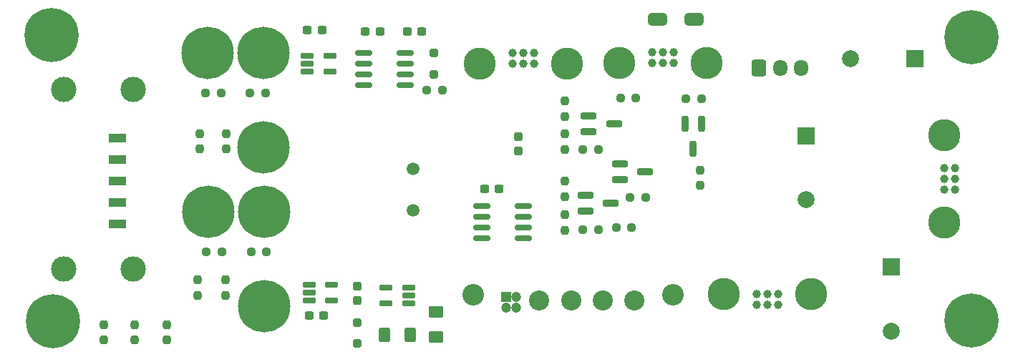
<source format=gbs>
G04 #@! TF.GenerationSoftware,KiCad,Pcbnew,9.0.7*
G04 #@! TF.CreationDate,2026-01-21T21:20:38-05:00*
G04 #@! TF.ProjectId,remote_arming,72656d6f-7465-45f6-9172-6d696e672e6b,rev?*
G04 #@! TF.SameCoordinates,Original*
G04 #@! TF.FileFunction,Soldermask,Bot*
G04 #@! TF.FilePolarity,Negative*
%FSLAX46Y46*%
G04 Gerber Fmt 4.6, Leading zero omitted, Abs format (unit mm)*
G04 Created by KiCad (PCBNEW 9.0.7) date 2026-01-21 21:20:38*
%MOMM*%
%LPD*%
G01*
G04 APERTURE LIST*
G04 Aperture macros list*
%AMRoundRect*
0 Rectangle with rounded corners*
0 $1 Rounding radius*
0 $2 $3 $4 $5 $6 $7 $8 $9 X,Y pos of 4 corners*
0 Add a 4 corners polygon primitive as box body*
4,1,4,$2,$3,$4,$5,$6,$7,$8,$9,$2,$3,0*
0 Add four circle primitives for the rounded corners*
1,1,$1+$1,$2,$3*
1,1,$1+$1,$4,$5*
1,1,$1+$1,$6,$7*
1,1,$1+$1,$8,$9*
0 Add four rect primitives between the rounded corners*
20,1,$1+$1,$2,$3,$4,$5,0*
20,1,$1+$1,$4,$5,$6,$7,0*
20,1,$1+$1,$6,$7,$8,$9,0*
20,1,$1+$1,$8,$9,$2,$3,0*%
%AMFreePoly0*
4,1,23,0.500000,-0.750000,0.000000,-0.750000,0.000000,-0.745722,-0.065263,-0.745722,-0.191342,-0.711940,-0.304381,-0.646677,-0.396677,-0.554381,-0.461940,-0.441342,-0.495722,-0.315263,-0.495722,-0.250000,-0.500000,-0.250000,-0.500000,0.250000,-0.495722,0.250000,-0.495722,0.315263,-0.461940,0.441342,-0.396677,0.554381,-0.304381,0.646677,-0.191342,0.711940,-0.065263,0.745722,0.000000,0.745722,
0.000000,0.750000,0.500000,0.750000,0.500000,-0.750000,0.500000,-0.750000,$1*%
%AMFreePoly1*
4,1,23,0.000000,0.745722,0.065263,0.745722,0.191342,0.711940,0.304381,0.646677,0.396677,0.554381,0.461940,0.441342,0.495722,0.315263,0.495722,0.250000,0.500000,0.250000,0.500000,-0.250000,0.495722,-0.250000,0.495722,-0.315263,0.461940,-0.441342,0.396677,-0.554381,0.304381,-0.646677,0.191342,-0.711940,0.065263,-0.745722,0.000000,-0.745722,0.000000,-0.750000,-0.500000,-0.750000,
-0.500000,0.750000,0.000000,0.750000,0.000000,0.745722,0.000000,0.745722,$1*%
G04 Aperture macros list end*
%ADD10R,2.000000X2.000000*%
%ADD11C,2.000000*%
%ADD12C,3.800000*%
%ADD13C,1.000000*%
%ADD14RoundRect,0.250000X-0.600000X-0.725000X0.600000X-0.725000X0.600000X0.725000X-0.600000X0.725000X0*%
%ADD15O,1.700000X1.950000*%
%ADD16C,2.550000*%
%ADD17RoundRect,0.102000X-0.500000X-0.500000X0.500000X-0.500000X0.500000X0.500000X-0.500000X0.500000X0*%
%ADD18C,1.204000*%
%ADD19C,2.379000*%
%ADD20C,3.000000*%
%ADD21C,3.600000*%
%ADD22C,6.400000*%
%ADD23C,6.197600*%
%ADD24C,1.500000*%
%ADD25RoundRect,0.237500X0.250000X0.237500X-0.250000X0.237500X-0.250000X-0.237500X0.250000X-0.237500X0*%
%ADD26RoundRect,0.250001X0.624999X-0.462499X0.624999X0.462499X-0.624999X0.462499X-0.624999X-0.462499X0*%
%ADD27RoundRect,0.237500X-0.237500X0.300000X-0.237500X-0.300000X0.237500X-0.300000X0.237500X0.300000X0*%
%ADD28RoundRect,0.237500X-0.237500X0.250000X-0.237500X-0.250000X0.237500X-0.250000X0.237500X0.250000X0*%
%ADD29RoundRect,0.162500X-0.617500X-0.162500X0.617500X-0.162500X0.617500X0.162500X-0.617500X0.162500X0*%
%ADD30R,2.000000X1.000000*%
%ADD31RoundRect,0.200000X-0.750000X-0.200000X0.750000X-0.200000X0.750000X0.200000X-0.750000X0.200000X0*%
%ADD32RoundRect,0.237500X0.237500X-0.250000X0.237500X0.250000X-0.237500X0.250000X-0.237500X-0.250000X0*%
%ADD33RoundRect,0.150000X-0.825000X-0.150000X0.825000X-0.150000X0.825000X0.150000X-0.825000X0.150000X0*%
%ADD34RoundRect,0.150000X0.825000X0.150000X-0.825000X0.150000X-0.825000X-0.150000X0.825000X-0.150000X0*%
%ADD35RoundRect,0.237500X-0.250000X-0.237500X0.250000X-0.237500X0.250000X0.237500X-0.250000X0.237500X0*%
%ADD36FreePoly0,0.000000*%
%ADD37FreePoly1,0.000000*%
%ADD38RoundRect,0.237500X0.300000X0.237500X-0.300000X0.237500X-0.300000X-0.237500X0.300000X-0.237500X0*%
%ADD39RoundRect,0.200000X-0.200000X0.750000X-0.200000X-0.750000X0.200000X-0.750000X0.200000X0.750000X0*%
%ADD40RoundRect,0.237500X0.237500X-0.300000X0.237500X0.300000X-0.237500X0.300000X-0.237500X-0.300000X0*%
%ADD41RoundRect,0.250000X-0.400000X-0.625000X0.400000X-0.625000X0.400000X0.625000X-0.400000X0.625000X0*%
%ADD42RoundRect,0.250000X0.250000X-0.250000X0.250000X0.250000X-0.250000X0.250000X-0.250000X-0.250000X0*%
%ADD43RoundRect,0.162500X0.617500X0.162500X-0.617500X0.162500X-0.617500X-0.162500X0.617500X-0.162500X0*%
%ADD44RoundRect,0.237500X-0.300000X-0.237500X0.300000X-0.237500X0.300000X0.237500X-0.300000X0.237500X0*%
G04 APERTURE END LIST*
G04 #@! TO.C,JP1*
G36*
X178716800Y-75883200D02*
G01*
X179016800Y-75883200D01*
X179016800Y-74383200D01*
X178716800Y-74383200D01*
X178716800Y-75883200D01*
G37*
G04 #@! TO.C,JP2*
G36*
X174398800Y-75883200D02*
G01*
X174698800Y-75883200D01*
X174698800Y-74383200D01*
X174398800Y-74383200D01*
X174398800Y-75883200D01*
G37*
G04 #@! TD*
D10*
G04 #@! TO.C,BZ1*
X204958000Y-79806800D03*
D11*
X197358000Y-79806800D03*
G04 #@! TD*
D12*
G04 #@! TO.C,J6*
X182422800Y-107645200D03*
X192722800Y-107645200D03*
D13*
X188822800Y-107645200D03*
X187572800Y-107645200D03*
X186322800Y-107645200D03*
X188822800Y-108895200D03*
X187572800Y-108895200D03*
X186322800Y-108895200D03*
G04 #@! TD*
D10*
G04 #@! TO.C,BZ3*
X202175000Y-104475000D03*
D11*
X202175000Y-112075000D03*
G04 #@! TD*
D14*
G04 #@! TO.C,J7*
X186563000Y-80877500D03*
D15*
X189063000Y-80877500D03*
X191563000Y-80877500D03*
G04 #@! TD*
D12*
G04 #@! TO.C,J9*
X208445751Y-99155522D03*
X208445751Y-88855522D03*
D13*
X208445751Y-92755522D03*
X208445751Y-94005522D03*
X208445751Y-95255522D03*
X209695751Y-92755522D03*
X209695751Y-94005522D03*
X209695751Y-95255522D03*
G04 #@! TD*
D16*
G04 #@! TO.C,J4*
X152716400Y-107770000D03*
X176366400Y-107770000D03*
D17*
X156616400Y-107970000D03*
D18*
X157866400Y-107970000D03*
X156616400Y-109220000D03*
X157866400Y-109220000D03*
D19*
X160566400Y-108390000D03*
X164316400Y-108390000D03*
X168066400Y-108390000D03*
X171816400Y-108390000D03*
G04 #@! TD*
D20*
G04 #@! TO.C,J2*
X112553000Y-83406500D03*
X104303000Y-83406500D03*
G04 #@! TD*
D21*
G04 #@! TO.C,H1*
X102870000Y-77034540D03*
D22*
X102870000Y-77034540D03*
G04 #@! TD*
D23*
G04 #@! TO.C,U5*
X128016000Y-109071500D03*
X128016000Y-97895500D03*
X121412000Y-97895500D03*
G04 #@! TD*
D21*
G04 #@! TO.C,H4*
X211683600Y-77216000D03*
D22*
X211683600Y-77216000D03*
G04 #@! TD*
D12*
G04 #@! TO.C,J5*
X180328000Y-80325150D03*
X170028000Y-80325150D03*
D13*
X173928000Y-80325150D03*
X175178000Y-80325150D03*
X176428000Y-80325150D03*
X173928000Y-79075150D03*
X175178000Y-79075150D03*
X176428000Y-79075150D03*
G04 #@! TD*
D12*
G04 #@! TO.C,J8*
X163830000Y-80369500D03*
X153530000Y-80369500D03*
D13*
X157430000Y-80369500D03*
X158680000Y-80369500D03*
X159930000Y-80369500D03*
X157430000Y-79119500D03*
X158680000Y-79119500D03*
X159930000Y-79119500D03*
G04 #@! TD*
D24*
G04 #@! TO.C,Y1*
X145669000Y-92860800D03*
X145669000Y-97740800D03*
G04 #@! TD*
D21*
G04 #@! TO.C,H3*
X211683600Y-110794800D03*
D22*
X211683600Y-110794800D03*
G04 #@! TD*
D10*
G04 #@! TO.C,BZ2*
X192115954Y-88914299D03*
D11*
X192115954Y-96514299D03*
G04 #@! TD*
D21*
G04 #@! TO.C,H2*
X103022400Y-110896400D03*
D22*
X103022400Y-110896400D03*
G04 #@! TD*
D20*
G04 #@! TO.C,J3*
X104303000Y-104706500D03*
X112553000Y-104706500D03*
G04 #@! TD*
D23*
G04 #@! TO.C,U4*
X127980000Y-90282000D03*
X127980000Y-79106000D03*
X121376000Y-79106000D03*
G04 #@! TD*
D25*
G04 #@! TO.C,R19*
X167536500Y-100054500D03*
X165711500Y-100054500D03*
G04 #@! TD*
D26*
G04 #@! TO.C,F2*
X148336000Y-112718000D03*
X148336000Y-109743000D03*
G04 #@! TD*
D27*
G04 #@! TO.C,C4*
X158089600Y-89032000D03*
X158089600Y-90757000D03*
G04 #@! TD*
D28*
G04 #@! TO.C,R7*
X120370600Y-88647900D03*
X120370600Y-90472900D03*
G04 #@! TD*
D29*
G04 #@! TO.C,U7*
X133324000Y-108434500D03*
X133324000Y-107484500D03*
X133324000Y-106534500D03*
X136024000Y-106534500D03*
X136024000Y-108434500D03*
G04 #@! TD*
D30*
G04 #@! TO.C,J1*
X110665500Y-89226500D03*
X110665500Y-91766500D03*
X110665500Y-94306500D03*
X110665500Y-96846500D03*
X110665500Y-99386500D03*
G04 #@! TD*
D29*
G04 #@! TO.C,U6*
X133143000Y-81319500D03*
X133143000Y-80369500D03*
X133143000Y-79419500D03*
X135843000Y-79419500D03*
X135843000Y-81319500D03*
G04 #@! TD*
D31*
G04 #@! TO.C,Q1*
X170077000Y-94146500D03*
X170077000Y-92246500D03*
X173077000Y-93196500D03*
G04 #@! TD*
D25*
G04 #@! TO.C,R13*
X123035700Y-102616000D03*
X121210700Y-102616000D03*
G04 #@! TD*
D32*
G04 #@! TO.C,R20*
X163576000Y-96141000D03*
X163576000Y-94316000D03*
G04 #@! TD*
D33*
G04 #@! TO.C,U1*
X153735000Y-101070500D03*
X153735000Y-99800500D03*
X153735000Y-98530500D03*
X153735000Y-97260500D03*
X158685000Y-97260500D03*
X158685000Y-98530500D03*
X158685000Y-99800500D03*
X158685000Y-101070500D03*
G04 #@! TD*
D34*
G04 #@! TO.C,U3*
X144715000Y-79099500D03*
X144715000Y-80369500D03*
X144715000Y-81639500D03*
X144715000Y-82909500D03*
X139765000Y-82909500D03*
X139765000Y-81639500D03*
X139765000Y-80369500D03*
X139765000Y-79099500D03*
G04 #@! TD*
D35*
G04 #@! TO.C,R1*
X147267500Y-83560000D03*
X149092500Y-83560000D03*
G04 #@! TD*
D36*
G04 #@! TO.C,JP1*
X178216800Y-75133200D03*
D37*
X179516800Y-75133200D03*
G04 #@! TD*
D38*
G04 #@! TO.C,C1*
X155802500Y-95228500D03*
X154077500Y-95228500D03*
G04 #@! TD*
G04 #@! TO.C,C5*
X146658500Y-76559500D03*
X144933500Y-76559500D03*
G04 #@! TD*
D39*
G04 #@! TO.C,Q6*
X177828000Y-87506500D03*
X179728000Y-87506500D03*
X178778000Y-90506500D03*
G04 #@! TD*
D40*
G04 #@! TO.C,C9*
X139065000Y-108410000D03*
X139065000Y-106685000D03*
G04 #@! TD*
D36*
G04 #@! TO.C,JP2*
X173898800Y-75133200D03*
D37*
X175198800Y-75133200D03*
G04 #@! TD*
D35*
G04 #@! TO.C,R24*
X170156500Y-84433500D03*
X171981500Y-84433500D03*
G04 #@! TD*
G04 #@! TO.C,R22*
X165711500Y-90529500D03*
X167536500Y-90529500D03*
G04 #@! TD*
D31*
G04 #@! TO.C,Q3*
X166394000Y-88431500D03*
X166394000Y-86531500D03*
X169394000Y-87481500D03*
G04 #@! TD*
D25*
G04 #@! TO.C,R12*
X122934100Y-83820000D03*
X121109100Y-83820000D03*
G04 #@! TD*
D28*
G04 #@! TO.C,R17*
X163576000Y-88728000D03*
X163576000Y-90553000D03*
G04 #@! TD*
D41*
G04 #@! TO.C,R16*
X142240000Y-112500500D03*
X145340000Y-112500500D03*
G04 #@! TD*
D28*
G04 #@! TO.C,R18*
X163576000Y-98253000D03*
X163576000Y-100078000D03*
G04 #@! TD*
D35*
G04 #@! TO.C,R11*
X126493900Y-102616000D03*
X128318900Y-102616000D03*
G04 #@! TD*
D32*
G04 #@! TO.C,R3*
X112734400Y-113098600D03*
X112734400Y-111273600D03*
G04 #@! TD*
D42*
G04 #@! TO.C,D1*
X148082000Y-81619500D03*
X148082000Y-79119500D03*
G04 #@! TD*
D35*
G04 #@! TO.C,R23*
X169648500Y-99800500D03*
X171473500Y-99800500D03*
G04 #@! TD*
G04 #@! TO.C,R33*
X177915500Y-84506500D03*
X179740500Y-84506500D03*
G04 #@! TD*
D32*
G04 #@! TO.C,R4*
X116484400Y-113098600D03*
X116484400Y-111273600D03*
G04 #@! TD*
D35*
G04 #@! TO.C,R5*
X171299500Y-96244500D03*
X173124500Y-96244500D03*
G04 #@! TD*
D32*
G04 #@! TO.C,R6*
X123545600Y-90472900D03*
X123545600Y-88647900D03*
G04 #@! TD*
D43*
G04 #@! TO.C,U8*
X145114000Y-106851500D03*
X145114000Y-107801500D03*
X145114000Y-108751500D03*
X142414000Y-108751500D03*
X142414000Y-106851500D03*
G04 #@! TD*
D28*
G04 #@! TO.C,R21*
X163576000Y-84791000D03*
X163576000Y-86616000D03*
G04 #@! TD*
D44*
G04 #@! TO.C,C7*
X133122500Y-76432500D03*
X134847500Y-76432500D03*
G04 #@! TD*
D32*
G04 #@! TO.C,R8*
X123444000Y-107825000D03*
X123444000Y-106000000D03*
G04 #@! TD*
D44*
G04 #@! TO.C,C6*
X139980500Y-76559500D03*
X141705500Y-76559500D03*
G04 #@! TD*
D31*
G04 #@! TO.C,Q2*
X166013000Y-97829500D03*
X166013000Y-95929500D03*
X169013000Y-96879500D03*
G04 #@! TD*
D42*
G04 #@! TO.C,D4*
X139078000Y-113518000D03*
X139078000Y-111018000D03*
G04 #@! TD*
D44*
G04 #@! TO.C,C8*
X133327500Y-110180000D03*
X135052500Y-110180000D03*
G04 #@! TD*
D32*
G04 #@! TO.C,R2*
X109084400Y-113098600D03*
X109084400Y-111273600D03*
G04 #@! TD*
G04 #@! TO.C,R34*
X179578000Y-94790900D03*
X179578000Y-92965900D03*
G04 #@! TD*
D28*
G04 #@! TO.C,R9*
X120142000Y-106000000D03*
X120142000Y-107825000D03*
G04 #@! TD*
D35*
G04 #@! TO.C,R10*
X126341500Y-83820000D03*
X128166500Y-83820000D03*
G04 #@! TD*
M02*

</source>
